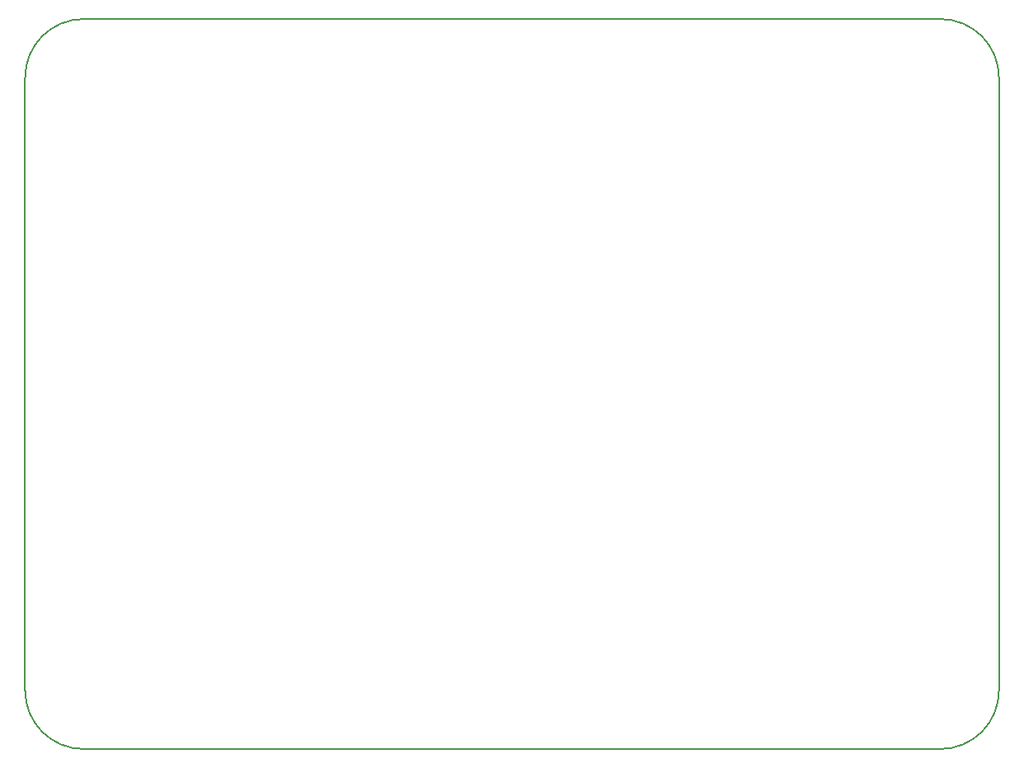
<source format=gm1>
G04 #@! TF.GenerationSoftware,KiCad,Pcbnew,5.1.10*
G04 #@! TF.CreationDate,2022-04-10T18:55:37-07:00*
G04 #@! TF.ProjectId,Z-FIGHTER_Accessory_Board,5a2d4649-4748-4544-9552-5f4163636573,rev?*
G04 #@! TF.SameCoordinates,Original*
G04 #@! TF.FileFunction,Profile,NP*
%FSLAX46Y46*%
G04 Gerber Fmt 4.6, Leading zero omitted, Abs format (unit mm)*
G04 Created by KiCad (PCBNEW 5.1.10) date 2022-04-10 18:55:37*
%MOMM*%
%LPD*%
G01*
G04 APERTURE LIST*
G04 #@! TA.AperFunction,Profile*
%ADD10C,0.150000*%
G04 #@! TD*
G04 APERTURE END LIST*
D10*
X164000000Y-164000000D02*
G75*
G02*
X158000000Y-170000000I-6000000J0D01*
G01*
X70000000Y-170000000D02*
G75*
G02*
X64000000Y-164000000I0J6000000D01*
G01*
X64000000Y-101000000D02*
G75*
G02*
X70000000Y-95000000I6000000J0D01*
G01*
X158000000Y-95000000D02*
G75*
G02*
X164000000Y-101000000I0J-6000000D01*
G01*
X64000000Y-164000000D02*
X64000000Y-101000000D01*
X164000000Y-101000000D02*
X164000000Y-164000000D01*
X70000000Y-95000000D02*
X158000000Y-95000000D01*
X158000000Y-170000000D02*
X70000000Y-170000000D01*
M02*

</source>
